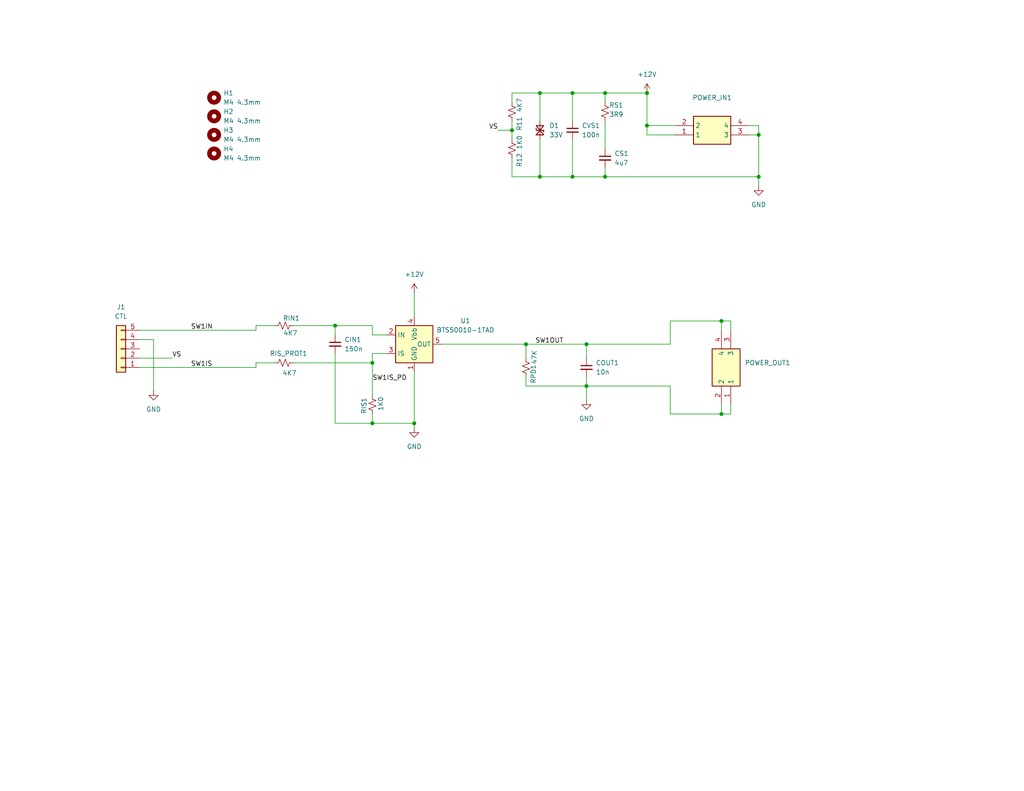
<source format=kicad_sch>
(kicad_sch (version 20250114) (generator "eeschema") (generator_version "9.0")
  (paper "USLetter")
  (title_block (title "Single 40a Smart Switch") (date "2026-01-15") (rev "001") (company "Gordon McLellan"))
  (lib_symbols
    (symbol "Connector_Generic:Conn_01x05" (pin_names (offset 1.016) (hide yes))
      (property "Reference" "J" (at 0 7.62 0))
      (property "Value" "Conn_01x05" (at 0 -7.62 0))
      (symbol "Conn_01x05_1_1"
        (rectangle (start -1.27 6.35) (end 1.27 -6.35) (stroke (width 0.254)) (fill (type background)))
        (rectangle (start -1.27 5.207) (end 0 4.953) (stroke (width 0.1524)))
        (rectangle (start -1.27 2.667) (end 0 2.413) (stroke (width 0.1524)))
        (rectangle (start -1.27 0.127) (end 0 -0.127) (stroke (width 0.1524)))
        (rectangle (start -1.27 -2.413) (end 0 -2.667) (stroke (width 0.1524)))
        (rectangle (start -1.27 -4.953) (end 0 -5.207) (stroke (width 0.1524)))
        (pin passive line (at -5.08 5.08 0) (length 3.81) (name "Pin_1") (number "1"))
        (pin passive line (at -5.08 2.54 0) (length 3.81) (name "Pin_2") (number "2"))
        (pin passive line (at -5.08 0 0) (length 3.81) (name "Pin_3") (number "3"))
        (pin passive line (at -5.08 -2.54 0) (length 3.81) (name "Pin_4") (number "4"))
        (pin passive line (at -5.08 -5.08 0) (length 3.81) (name "Pin_5") (number "5"))
      )
    )
    (symbol "Device:C_Small" (pin_numbers (hide yes)) (pin_names (offset 0.254) (hide yes))
      (property "Reference" "C" (at 0.254 1.778 0))
      (property "Value" "C_Small" (at 0.254 -2.032 0))
      (symbol "C_Small_0_1"
        (polyline (pts (xy -1.524 0.508) (xy 1.524 0.508)) (stroke (width 0.3048)))
        (polyline (pts (xy -1.524 -0.508) (xy 1.524 -0.508)) (stroke (width 0.3302)))
      )
      (symbol "C_Small_1_1"
        (pin passive line (at 0 2.54 270) (length 2.032) (name "~") (number "1"))
        (pin passive line (at 0 -2.54 90) (length 2.032) (name "~") (number "2"))
      )
    )
    (symbol "Device:D_TVS_Small" (pin_numbers (hide yes)) (pin_names (offset 1.016) (hide yes))
      (property "Reference" "D" (at 0 2.54 0))
      (property "Value" "D_TVS_Small" (at 0 -2.54 0))
      (symbol "D_TVS_Small_0_1"
        (polyline (pts (xy -1.27 1.016) (xy -1.27 -1.016) (xy 1.27 1.016) (xy 1.27 -1.016) (xy -1.27 1.016)) (stroke (width 0.254)))
        (polyline (pts (xy -1.27 0) (xy 1.27 0)))
        (polyline (pts (xy 0.508 1.016) (xy 0 1.016) (xy 0 -1.016) (xy -0.508 -1.016)) (stroke (width 0.254)))
      )
      (symbol "D_TVS_Small_1_1"
        (pin passive line (at -2.54 0 0) (length 1.27) (name "A1") (number "1"))
        (pin passive line (at 2.54 0 180) (length 1.27) (name "A2") (number "2"))
      )
    )
    (symbol "Device:R_Small_US" (pin_numbers (hide yes)) (pin_names (offset 0.254) (hide yes))
      (property "Reference" "R" (at 0.762 0.508 0))
      (property "Value" "R_Small_US" (at 0.762 -1.016 0))
      (symbol "R_Small_US_1_1"
        (polyline (pts (xy 0 1.524) (xy 1.016 1.143) (xy 0 0.762) (xy -1.016 0.381) (xy 0 0)))
        (polyline (pts (xy 0 0) (xy 1.016 -0.381) (xy 0 -0.762) (xy -1.016 -1.143) (xy 0 -1.524)))
        (pin passive line (at 0 2.54 270) (length 1.016) (name "~") (number "1"))
        (pin passive line (at 0 -2.54 90) (length 1.016) (name "~") (number "2"))
      )
    )
    (symbol "Mechanical:MountingHole" (pin_names (offset 1.016)) (in_bom no)
      (property "Reference" "H" (at 0 5.08 0))
      (property "Value" "MountingHole" (at 0 3.175 0))
      (symbol "MountingHole_0_1"
        (circle (center 0 0) (radius 1.27) (stroke (width 1.27)))
      )
    )
    (symbol "Power_Management:BTS50010-1TAD"
      (property "Reference" "U" (at -5.08 6.35 0))
      (property "Value" "BTS50010-1TAD" (at 8.89 6.35 0))
      (symbol "BTS50010-1TAD_0_1"
        (rectangle (start -5.08 5.08) (end 5.08 -5.08) (stroke (width 0.254)) (fill (type background)))
      )
      (symbol "BTS50010-1TAD_1_1"
        (pin input line (at -7.62 2.54 0) (length 2.54) (name "IN") (number "2"))
        (pin output line (at -7.62 -2.54 0) (length 2.54) (name "IS") (number "3"))
        (pin power_in line (at 0 7.62 270) (length 2.54) (name "Vbb") (number "4"))
        (pin power_in line (at 0 -7.62 90) (length 2.54) (name "GND") (number "1"))
        (pin passive line (at 7.62 0 180) (length 2.54) (name "OUT") (number "5"))
        (pin passive line (at 7.62 0 180) (length 2.54) (hide yes) (name "OUT") (number "6"))
        (pin passive line (at 7.62 0 180) (length 2.54) (hide yes) (name "OUT") (number "7"))
      )
    )
    (symbol "SamacSys_Parts:VP0265840000G"
      (property "Reference" "J" (at 16.51 7.62 0))
      (property "Value" "VP0265840000G" (at 16.51 5.08 0))
      (symbol "VP0265840000G_1_1"
        (rectangle (start 5.08 2.54) (end 15.24 -5.08) (stroke (width 0.254)) (fill (type background)))
        (pin passive line (at 0 0 0) (length 5.08) (name "2") (number "2"))
        (pin passive line (at 0 -2.54 0) (length 5.08) (name "1") (number "1"))
        (pin passive line (at 20.32 0 180) (length 5.08) (name "4") (number "4"))
        (pin passive line (at 20.32 -2.54 180) (length 5.08) (name "3") (number "3"))
      )
    )
    (symbol "power:+12V" (power) (pin_numbers (hide yes)) (pin_names (offset 0) (hide yes))
      (property "Value" "+12V" (at 0 3.556 0))
      (symbol "+12V_0_1"
        (polyline (pts (xy -0.762 1.27) (xy 0 2.54)))
        (polyline (pts (xy 0 2.54) (xy 0.762 1.27)))
        (polyline (pts (xy 0 0) (xy 0 2.54)))
      )
      (symbol "+12V_1_1"
        (pin power_in line (at 0 0 90) (length 0) (name "~") (number "1"))
      )
    )
    (symbol "power:GND" (power) (pin_numbers (hide yes)) (pin_names (offset 0) (hide yes))
      (property "Value" "GND" (at 0 -3.81 0))
      (symbol "GND_0_1"
        (polyline (pts (xy 0 0) (xy 0 -1.27) (xy 1.27 -1.27) (xy 0 -2.54) (xy -1.27 -1.27) (xy 0 -1.27)))
      )
      (symbol "GND_1_1"
        (pin power_in line (at 0 0 270) (length 0) (name "~") (number "1"))
      )
    )
  )
  (junction (at 101.6 115.57))
  (junction (at 176.53 25.4))
  (junction (at 156.21 25.4))
  (junction (at 113.03 115.57))
  (junction (at 165.1 48.26))
  (junction (at 196.85 113.03))
  (junction (at 143.51 93.98))
  (junction (at 207.01 48.26))
  (junction (at 91.44 88.9))
  (junction (at 147.32 48.26))
  (junction (at 207.01 36.83))
  (junction (at 160.02 105.41))
  (junction (at 176.53 34.29))
  (junction (at 147.32 25.4))
  (junction (at 139.7 35.56))
  (junction (at 101.6 99.06))
  (junction (at 160.02 93.98))
  (junction (at 196.85 87.63))
  (junction (at 156.21 48.26))
  (junction (at 165.1 25.4))
  (wire (pts (xy 165.1 48.26) (xy 207.01 48.26)))
  (wire (pts (xy 38.1 92.71) (xy 41.91 92.71)))
  (wire (pts (xy 204.47 36.83) (xy 207.01 36.83)))
  (wire (pts (xy 139.7 25.4) (xy 147.32 25.4)))
  (wire (pts (xy 165.1 25.4) (xy 176.53 25.4)))
  (wire (pts (xy 91.44 88.9) (xy 91.44 91.44)))
  (wire (pts (xy 196.85 87.63) (xy 196.85 90.17)))
  (wire (pts (xy 101.6 96.52) (xy 105.41 96.52)))
  (wire (pts (xy 199.39 113.03) (xy 199.39 110.49)))
  (wire (pts (xy 69.85 99.06) (xy 69.85 100.33)))
  (wire (pts (xy 182.88 105.41) (xy 182.88 113.03)))
  (wire (pts (xy 160.02 102.87) (xy 160.02 105.41)))
  (wire (pts (xy 147.32 48.26) (xy 156.21 48.26)))
  (wire (pts (xy 147.32 25.4) (xy 156.21 25.4)))
  (wire (pts (xy 80.01 99.06) (xy 101.6 99.06)))
  (wire (pts (xy 101.6 99.06) (xy 101.6 96.52)))
  (wire (pts (xy 176.53 25.4) (xy 176.53 34.29)))
  (wire (pts (xy 38.1 90.17) (xy 69.85 90.17)))
  (wire (pts (xy 139.7 27.94) (xy 139.7 25.4)))
  (wire (pts (xy 176.53 34.29) (xy 184.15 34.29)))
  (wire (pts (xy 74.93 99.06) (xy 69.85 99.06)))
  (wire (pts (xy 160.02 105.41) (xy 160.02 109.22)))
  (wire (pts (xy 120.65 93.98) (xy 143.51 93.98)))
  (wire (pts (xy 147.32 25.4) (xy 147.32 33.02)))
  (wire (pts (xy 176.53 34.29) (xy 176.53 36.83)))
  (wire (pts (xy 101.6 113.03) (xy 101.6 115.57)))
  (wire (pts (xy 143.51 105.41) (xy 160.02 105.41)))
  (wire (pts (xy 139.7 35.56) (xy 139.7 38.1)))
  (wire (pts (xy 113.03 115.57) (xy 113.03 116.84)))
  (wire (pts (xy 165.1 45.72) (xy 165.1 48.26)))
  (wire (pts (xy 165.1 33.02) (xy 165.1 40.64)))
  (wire (pts (xy 156.21 48.26) (xy 165.1 48.26)))
  (wire (pts (xy 176.53 36.83) (xy 184.15 36.83)))
  (wire (pts (xy 69.85 100.33) (xy 38.1 100.33)))
  (wire (pts (xy 113.03 101.6) (xy 113.03 115.57)))
  (wire (pts (xy 160.02 93.98) (xy 182.88 93.98)))
  (wire (pts (xy 199.39 87.63) (xy 196.85 87.63)))
  (wire (pts (xy 156.21 38.1) (xy 156.21 48.26)))
  (wire (pts (xy 196.85 110.49) (xy 196.85 113.03)))
  (wire (pts (xy 207.01 48.26) (xy 207.01 50.8)))
  (wire (pts (xy 182.88 87.63) (xy 182.88 93.98)))
  (wire (pts (xy 143.51 93.98) (xy 143.51 97.79)))
  (wire (pts (xy 182.88 113.03) (xy 196.85 113.03)))
  (wire (pts (xy 196.85 113.03) (xy 199.39 113.03)))
  (wire (pts (xy 80.01 88.9) (xy 91.44 88.9)))
  (wire (pts (xy 160.02 105.41) (xy 182.88 105.41)))
  (wire (pts (xy 207.01 34.29) (xy 204.47 34.29)))
  (wire (pts (xy 139.7 48.26) (xy 139.7 43.18)))
  (wire (pts (xy 101.6 91.44) (xy 105.41 91.44)))
  (wire (pts (xy 38.1 97.79) (xy 46.99 97.79)))
  (wire (pts (xy 101.6 115.57) (xy 91.44 115.57)))
  (wire (pts (xy 69.85 90.17) (xy 69.85 88.9)))
  (wire (pts (xy 41.91 92.71) (xy 41.91 106.68)))
  (wire (pts (xy 139.7 33.02) (xy 139.7 35.56)))
  (wire (pts (xy 143.51 102.87) (xy 143.51 105.41)))
  (wire (pts (xy 207.01 36.83) (xy 207.01 34.29)))
  (wire (pts (xy 207.01 36.83) (xy 207.01 48.26)))
  (wire (pts (xy 147.32 38.1) (xy 147.32 48.26)))
  (wire (pts (xy 91.44 115.57) (xy 91.44 96.52)))
  (wire (pts (xy 135.89 35.56) (xy 139.7 35.56)))
  (wire (pts (xy 69.85 88.9) (xy 74.93 88.9)))
  (wire (pts (xy 143.51 93.98) (xy 160.02 93.98)))
  (wire (pts (xy 165.1 25.4) (xy 165.1 27.94)))
  (wire (pts (xy 101.6 88.9) (xy 101.6 91.44)))
  (wire (pts (xy 156.21 25.4) (xy 165.1 25.4)))
  (wire (pts (xy 147.32 48.26) (xy 139.7 48.26)))
  (wire (pts (xy 199.39 90.17) (xy 199.39 87.63)))
  (wire (pts (xy 196.85 87.63) (xy 182.88 87.63)))
  (wire (pts (xy 91.44 88.9) (xy 101.6 88.9)))
  (wire (pts (xy 160.02 93.98) (xy 160.02 97.79)))
  (wire (pts (xy 101.6 99.06) (xy 101.6 107.95)))
  (wire (pts (xy 113.03 80.01) (xy 113.03 86.36)))
  (wire (pts (xy 156.21 25.4) (xy 156.21 33.02)))
  (wire (pts (xy 101.6 115.57) (xy 113.03 115.57)))
  (label "SW1OUT" (at 146.05 93.98 0))
  (label "VS" (at 46.99 97.79 0))
  (label "SW1IS_PD" (at 101.6 104.14 0))
  (label "VS" (at 135.89 35.56 180))
  (label "SW1IN" (at 52.07 90.17 0))
  (label "SW1IS" (at 52.07 100.33 0))
  (symbol (lib_id "Mechanical:MountingHole") (at 58.42 41.91 0) (unit 1) (in_bom no)
    (property "Reference" "H4" (at 60.96 40.6399 0) (effects (justify left)))
    (property "Value" "M4 4.3mm" (at 60.96 43.1799 0) (effects (justify left)))
    (property "Footprint" "MountingHole:MountingHole_4.3mm_M4" (effects (hide yes)))
    (property "Description" "Mounting Hole without connection" (effects (hide yes)))
  )
  (symbol (lib_id "Connector_Generic:Conn_01x05") (at 33.02 95.25 180) (unit 1)
    (property "Reference" "J1" (at 33.02 83.82 0))
    (property "Value" "CTL" (at 33.02 86.36 0))
    (property "Footprint" "Connector_PinHeader_2.54mm:PinHeader_1x05_P2.54mm_Horizontal" (effects (hide yes)))
    (property "Description" "Generic connector, single row, 01x05, script generated (kicad-library-utils/schlib/autogen/connector/)" (effects (hide yes)))
  )
  (symbol (lib_id "power:+12V") (at 176.53 25.4 0) (unit 1)
    (property "Reference" "#PWR010" (effects (hide yes)))
    (property "Value" "+12V" (at 176.53 20.32 0))
    (property "Description" "Power symbol creates a global label with name \"+12V\"" (effects (hide yes)))
  )
  (symbol (lib_id "Device:R_Small_US") (at 101.6 110.49 180) (unit 1)
    (property "Reference" "RIS1" (at 99.314 110.744 90))
    (property "Value" "1K0" (at 103.886 110.236 90))
    (property "Footprint" "Resistor_SMD:R_0603_1608Metric_Pad0.98x0.95mm_HandSolder" (effects (hide yes)))
    (property "Description" "Resistor, small US symbol" (effects (hide yes)))
  )
  (symbol (lib_id "Mechanical:MountingHole") (at 58.42 31.75 0) (unit 1) (in_bom no)
    (property "Reference" "H2" (at 60.96 30.4799 0) (effects (justify left)))
    (property "Value" "M4 4.3mm" (at 60.96 33.0199 0) (effects (justify left)))
    (property "Footprint" "MountingHole:MountingHole_4.3mm_M4" (effects (hide yes)))
    (property "Description" "Mounting Hole without connection" (effects (hide yes)))
  )
  (symbol (lib_id "Device:C_Small") (at 160.02 100.33 0) (unit 1)
    (property "Reference" "COUT1" (at 162.56 99.0662 0) (effects (justify left)))
    (property "Value" "10n" (at 162.56 101.6062 0) (effects (justify left)))
    (property "Footprint" "Capacitor_SMD:C_0603_1608Metric_Pad1.08x0.95mm_HandSolder" (effects (hide yes)))
    (property "Description" "Unpolarized capacitor, small symbol" (effects (hide yes)))
  )
  (symbol (lib_id "Power_Management:BTS50010-1TAD") (at 113.03 93.98 0) (unit 1)
    (property "Reference" "U1" (at 127 87.5598 0))
    (property "Value" "BTS50010-1TAD" (at 127 90.0998 0))
    (property "Footprint" "Package_TO_SOT_SMD:TO-263-7_TabPin4" (effects (hide yes)))
    (property "Datasheet" "https://www.infineon.com/dgdl/Infineon-BTS50010-1TAD-DS-v01_00-EN.pdf?fileId=5546d462576f34750157c38810ca55cd" (effects (hide yes)))
    (property "Description" "Smart High-Side Power Switch, PROFET, Single, 1mOhm, 40A, 18V, TO-263-7" (effects (hide yes)))
  )
  (symbol (lib_id "Device:R_Small_US") (at 165.1 30.48 180) (unit 1)
    (property "Reference" "RS1" (at 168.148 28.702 0))
    (property "Value" "3R9" (at 168.148 31.242 0))
    (property "Footprint" "Resistor_SMD:R_0603_1608Metric_Pad0.98x0.95mm_HandSolder" (effects (hide yes)))
    (property "Description" "Resistor, small US symbol" (effects (hide yes)))
  )
  (symbol (lib_id "SamacSys_Parts:VP0265840000G") (at 184.15 34.29 0) (unit 1)
    (property "Reference" "POWER_IN1" (at 194.31 26.67 0))
    (property "Value" "PWRIN" (effects (hide yes)))
    (property "Footprint" "VP0265840000G" (effects (hide yes)))
    (property "Description" "PCB TERMINAL BLOCKS RISING CLAMP" (effects (hide yes)))
    (property "Height" "28.65" (effects (hide yes)))
    (property "Mouser Part Number" "649-VP02658400J0G" (effects (hide yes)))
    (property "Mouser Price/Stock" "https://www.mouser.co.uk/ProductDetail/Amphenol-Anytek/VP0265840000G?qs=Mv7BduZupUiuXKFvj82fng%3D%3D" (effects (hide yes)))
    (property "Manufacturer_Name" "Amphenol" (effects (hide yes)))
    (property "Manufacturer_Part_Number" "VP0265840000G" (effects (hide yes)))
  )
  (symbol (lib_id "Device:R_Small_US") (at 77.47 99.06 90) (unit 1)
    (property "Reference" "RIS_PROT1" (at 78.74 96.52 90))
    (property "Value" "4K7" (at 78.994 101.854 90))
    (property "Footprint" "Resistor_SMD:R_0603_1608Metric_Pad0.98x0.95mm_HandSolder" (effects (hide yes)))
    (property "Description" "Resistor, small US symbol" (effects (hide yes)))
  )
  (symbol (lib_id "Mechanical:MountingHole") (at 58.42 36.83 0) (unit 1) (in_bom no)
    (property "Reference" "H3" (at 60.96 35.5599 0) (effects (justify left)))
    (property "Value" "M4 4.3mm" (at 60.96 38.0999 0) (effects (justify left)))
    (property "Footprint" "MountingHole:MountingHole_4.3mm_M4" (effects (hide yes)))
    (property "Description" "Mounting Hole without connection" (effects (hide yes)))
  )
  (symbol (lib_id "Device:R_Small_US") (at 139.7 40.64 180) (unit 1)
    (property "Reference" "R12" (at 141.732 43.688 90))
    (property "Value" "1K0" (at 141.732 38.862 90))
    (property "Footprint" "Resistor_THT:R_Axial_DIN0207_L6.3mm_D2.5mm_P7.62mm_Horizontal" (effects (hide yes)))
    (property "Description" "Resistor, small US symbol" (effects (hide yes)))
  )
  (symbol (lib_id "Device:R_Small_US") (at 77.47 88.9 90) (unit 1)
    (property "Reference" "RIN1" (at 79.502 86.868 90))
    (property "Value" "4K7" (at 79.248 90.932 90))
    (property "Footprint" "Resistor_SMD:R_0603_1608Metric_Pad0.98x0.95mm_HandSolder" (effects (hide yes)))
    (property "Description" "Resistor, small US symbol" (effects (hide yes)))
  )
  (symbol (lib_id "Device:C_Small") (at 165.1 43.18 0) (unit 1)
    (property "Reference" "CS1" (at 167.64 41.9162 0) (effects (justify left)))
    (property "Value" "4u7" (at 167.64 44.4562 0) (effects (justify left)))
    (property "Footprint" "Capacitor_SMD:C_0603_1608Metric_Pad1.08x0.95mm_HandSolder" (effects (hide yes)))
    (property "Description" "Unpolarized capacitor, small symbol" (effects (hide yes)))
  )
  (symbol (lib_id "Mechanical:MountingHole") (at 58.42 26.67 0) (unit 1) (in_bom no)
    (property "Reference" "H1" (at 60.96 25.3999 0) (effects (justify left)))
    (property "Value" "M4 4.3mm" (at 60.96 27.9399 0) (effects (justify left)))
    (property "Footprint" "MountingHole:MountingHole_4.3mm_M4" (effects (hide yes)))
    (property "Description" "Mounting Hole without connection" (effects (hide yes)))
  )
  (symbol (lib_id "Device:R_Small_US") (at 139.7 30.48 180) (unit 1)
    (property "Reference" "R11" (at 141.732 33.782 90))
    (property "Value" "4K7" (at 141.732 28.702 90))
    (property "Footprint" "Resistor_THT:R_Axial_DIN0207_L6.3mm_D2.5mm_P7.62mm_Horizontal" (effects (hide yes)))
    (property "Description" "Resistor, small US symbol" (effects (hide yes)))
  )
  (symbol (lib_id "power:GND") (at 160.02 109.22 0) (unit 1)
    (property "Reference" "#PWR06" (effects (hide yes)))
    (property "Value" "GND" (at 160.02 114.3 0))
    (property "Description" "Power symbol creates a global label with name \"GND\" , ground" (effects (hide yes)))
  )
  (symbol (lib_id "Device:D_TVS_Small") (at 147.32 35.56 90) (unit 1)
    (property "Reference" "D1" (at 149.86 34.2899 90) (effects (justify right)))
    (property "Value" "33V" (at 149.86 36.8299 90) (effects (justify right)))
    (property "Footprint" "Diode_SMD:D_SMA_Handsoldering" (effects (hide yes)))
    (property "Description" "Bidirectional transient-voltage-suppression diode, small symbol" (effects (hide yes)))
  )
  (symbol (lib_id "SamacSys_Parts:VP0265840000G") (at 196.85 110.49 90) (unit 1)
    (property "Reference" "POWER_OUT1" (at 203.2 99.0599 90) (effects (justify right)))
    (property "Value" "SW OUT" (effects (hide yes)))
    (property "Footprint" "VP0265840000G" (effects (hide yes)))
    (property "Description" "PCB TERMINAL BLOCKS RISING CLAMP" (effects (hide yes)))
    (property "Height" "28.65" (effects (hide yes)))
    (property "Mouser Part Number" "649-VP02658400J0G" (effects (hide yes)))
    (property "Mouser Price/Stock" "https://www.mouser.co.uk/ProductDetail/Amphenol-Anytek/VP0265840000G?qs=Mv7BduZupUiuXKFvj82fng%3D%3D" (effects (hide yes)))
    (property "Manufacturer_Name" "Amphenol" (effects (hide yes)))
    (property "Manufacturer_Part_Number" "VP0265840000G" (effects (hide yes)))
  )
  (symbol (lib_id "power:GND") (at 113.03 116.84 0) (unit 1)
    (property "Reference" "#PWR02" (effects (hide yes)))
    (property "Value" "GND" (at 113.03 121.92 0))
    (property "Description" "Power symbol creates a global label with name \"GND\" , ground" (effects (hide yes)))
  )
  (symbol (lib_id "Device:C_Small") (at 91.44 93.98 0) (unit 1)
    (property "Reference" "CIN1" (at 93.98 92.7162 0) (effects (justify left)))
    (property "Value" "150n" (at 93.98 95.2562 0) (effects (justify left)))
    (property "Footprint" "Capacitor_SMD:C_0603_1608Metric_Pad1.08x0.95mm_HandSolder" (effects (hide yes)))
    (property "Description" "Unpolarized capacitor, small symbol" (effects (hide yes)))
  )
  (symbol (lib_id "Device:C_Small") (at 156.21 35.56 0) (unit 1)
    (property "Reference" "CVS1" (at 158.75 34.2962 0) (effects (justify left)))
    (property "Value" "100n" (at 158.75 36.8362 0) (effects (justify left)))
    (property "Footprint" "Capacitor_SMD:C_0603_1608Metric_Pad1.08x0.95mm_HandSolder" (effects (hide yes)))
    (property "Description" "Unpolarized capacitor, small symbol" (effects (hide yes)))
  )
  (symbol (lib_id "power:+12V") (at 113.03 80.01 0) (unit 1)
    (property "Reference" "#PWR03" (effects (hide yes)))
    (property "Value" "+12V" (at 113.03 74.93 0))
    (property "Description" "Power symbol creates a global label with name \"+12V\"" (effects (hide yes)))
  )
  (symbol (lib_id "power:GND") (at 41.91 106.68 0) (unit 1)
    (property "Reference" "#PWR08" (effects (hide yes)))
    (property "Value" "GND" (at 41.91 111.76 0))
    (property "Description" "Power symbol creates a global label with name \"GND\" , ground" (effects (hide yes)))
  )
  (symbol (lib_id "Device:R_Small_US") (at 143.51 100.33 180) (unit 1)
    (property "Reference" "RPD1" (at 145.542 102.108 90))
    (property "Value" "47K" (at 145.796 97.536 90))
    (property "Footprint" "Resistor_SMD:R_0603_1608Metric_Pad0.98x0.95mm_HandSolder" (effects (hide yes)))
    (property "Description" "Resistor, small US symbol" (effects (hide yes)))
  )
  (symbol (lib_id "power:GND") (at 207.01 50.8 0) (unit 1)
    (property "Reference" "#PWR09" (effects (hide yes)))
    (property "Value" "GND" (at 207.01 55.88 0))
    (property "Description" "Power symbol creates a global label with name \"GND\" , ground" (effects (hide yes)))
  )
)
</source>
